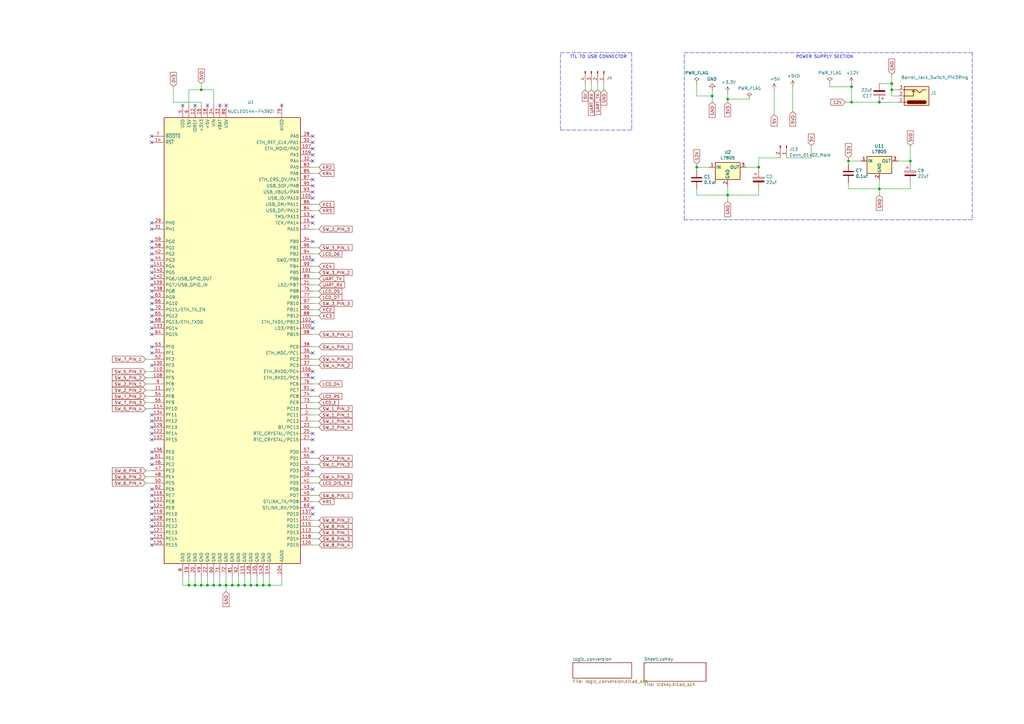
<source format=kicad_sch>
(kicad_sch (version 20250114) (generator "eeschema") (generator_version "9.0")
  (paper "A3")
  (lib_symbols
    (symbol "Connector:Barrel_Jack_Switch_Pin3Ring" (pin_names (hide yes))
      (property "Reference" "J" (at 0 5.334 0))
      (property "Value" "Barrel_Jack_Switch_Pin3Ring" (at 0 -5.08 0))
      (symbol "Barrel_Jack_Switch_Pin3Ring_0_1"
        (rectangle (start -5.08 3.81) (end 5.08 -3.81) (stroke (width 0.254)) (fill (type background)))
        (polyline (pts (xy -3.81 -2.54) (xy -2.54 -2.54) (xy -1.27 -1.27) (xy 0 -2.54) (xy 2.54 -2.54) (xy 5.08 -2.54)) (stroke (width 0.254)))
        (arc (start -3.302 1.905) (mid -3.9343 2.54) (end -3.302 3.175) (stroke (width 0.254)))
        (arc (start -3.302 1.905) (mid -3.9343 2.54) (end -3.302 3.175) (stroke (width 0.254)) (fill (type outline)))
        (polyline (pts (xy 1.27 -2.286) (xy 1.905 -1.651)) (stroke (width 0.254)))
        (rectangle (start 3.683 3.175) (end -3.302 1.905) (stroke (width 0.254)) (fill (type outline)))
        (polyline (pts (xy 5.08 2.54) (xy 3.81 2.54)) (stroke (width 0.254)))
        (polyline (pts (xy 5.08 0) (xy 1.27 0) (xy 1.27 -2.286) (xy 0.635 -1.651)) (stroke (width 0.254)))
      )
      (symbol "Barrel_Jack_Switch_Pin3Ring_1_1"
        (pin passive line (at 7.62 2.54 180) (length 2.54) (name "~") (number "1"))
        (pin passive line (at 7.62 0 180) (length 2.54) (name "~") (number "2"))
        (pin passive line (at 7.62 -2.54 180) (length 2.54) (name "~") (number "3"))
      )
    )
    (symbol "Connector:Conn_01x02_Male" (pin_names (offset 1.016) (hide yes))
      (property "Reference" "J" (at 0 2.54 0))
      (property "Value" "Connector_Conn_01x02_Male" (at 0 -5.08 0))
      (symbol "Conn_01x02_Male_1_1"
        (rectangle (start 0.8636 0.127) (end 0 -0.127) (stroke (width 0.1524)) (fill (type outline)))
        (rectangle (start 0.8636 -2.413) (end 0 -2.667) (stroke (width 0.1524)) (fill (type outline)))
        (polyline (pts (xy 1.27 0) (xy 0.8636 0)) (stroke (width 0.1524)))
        (polyline (pts (xy 1.27 -2.54) (xy 0.8636 -2.54)) (stroke (width 0.1524)))
        (pin passive line (at 5.08 0 180) (length 3.81) (name "Pin_1") (number "1"))
        (pin passive line (at 5.08 -2.54 180) (length 3.81) (name "Pin_2") (number "2"))
      )
    )
    (symbol "Connector:Conn_01x04_Male" (pin_names (offset 1.016) (hide yes))
      (property "Reference" "J" (at 0 5.08 0))
      (property "Value" "Connector_Conn_01x04_Male" (at 0 -7.62 0))
      (symbol "Conn_01x04_Male_1_1"
        (rectangle (start 0.8636 2.667) (end 0 2.413) (stroke (width 0.1524)) (fill (type outline)))
        (rectangle (start 0.8636 0.127) (end 0 -0.127) (stroke (width 0.1524)) (fill (type outline)))
        (rectangle (start 0.8636 -2.413) (end 0 -2.667) (stroke (width 0.1524)) (fill (type outline)))
        (rectangle (start 0.8636 -4.953) (end 0 -5.207) (stroke (width 0.1524)) (fill (type outline)))
        (polyline (pts (xy 1.27 2.54) (xy 0.8636 2.54)) (stroke (width 0.1524)))
        (polyline (pts (xy 1.27 0) (xy 0.8636 0)) (stroke (width 0.1524)))
        (polyline (pts (xy 1.27 -2.54) (xy 0.8636 -2.54)) (stroke (width 0.1524)))
        (polyline (pts (xy 1.27 -5.08) (xy 0.8636 -5.08)) (stroke (width 0.1524)))
        (pin passive line (at 5.08 2.54 180) (length 3.81) (name "Pin_1") (number "1"))
        (pin passive line (at 5.08 0 180) (length 3.81) (name "Pin_2") (number "2"))
        (pin passive line (at 5.08 -2.54 180) (length 3.81) (name "Pin_3") (number "3"))
        (pin passive line (at 5.08 -5.08 180) (length 3.81) (name "Pin_4") (number "4"))
      )
    )
    (symbol "Device:C" (pin_numbers (hide yes)) (pin_names (offset 0.254))
      (property "Reference" "C" (at 0.635 2.54 0))
      (property "Value" "C" (at 0.635 -2.54 0))
      (symbol "C_0_1"
        (polyline (pts (xy -2.032 0.762) (xy 2.032 0.762)) (stroke (width 0.508)))
        (polyline (pts (xy -2.032 -0.762) (xy 2.032 -0.762)) (stroke (width 0.508)))
      )
      (symbol "C_1_1"
        (pin passive line (at 0 3.81 270) (length 2.794) (name "~") (number "1"))
        (pin passive line (at 0 -3.81 90) (length 2.794) (name "~") (number "2"))
      )
    )
    (symbol "Device:CP" (pin_numbers (hide yes)) (pin_names (offset 0.254))
      (property "Reference" "C" (at 0.635 2.54 0))
      (property "Value" "Device_CP" (at 0.635 -2.54 0))
      (symbol "CP_0_1"
        (rectangle (start -2.286 0.508) (end 2.286 1.016))
        (polyline (pts (xy -1.778 2.286) (xy -0.762 2.286)))
        (polyline (pts (xy -1.27 2.794) (xy -1.27 1.778)))
        (rectangle (start 2.286 -0.508) (end -2.286 -1.016) (fill (type outline)))
      )
      (symbol "CP_1_1"
        (pin passive line (at 0 3.81 270) (length 2.794) (name "~") (number "1"))
        (pin passive line (at 0 -3.81 90) (length 2.794) (name "~") (number "2"))
      )
    )
    (symbol "MCU_Module:NUCLEO144-F439ZI"
      (property "Reference" "U" (at -22.86 94.615 0))
      (property "Value" "NUCLEO144-F439ZI" (at -22.86 92.71 0))
      (symbol "NUCLEO144-F439ZI_0_1"
        (rectangle (start -27.94 -91.44) (end 27.94 91.44) (stroke (width 0.254)) (fill (type background)))
      )
      (symbol "NUCLEO144-F439ZI_1_1"
        (pin input line (at -33.02 83.82 0) (length 5.08) (name "~{BOOT0}") (number "7"))
        (pin input line (at -33.02 81.28 0) (length 5.08) (name "~{RST}") (number "14"))
        (pin bidirectional line (at -33.02 48.26 0) (length 5.08) (name "PH0") (number "29"))
        (pin bidirectional line (at -33.02 45.72 0) (length 5.08) (name "PH1") (number "31"))
        (pin bidirectional line (at -33.02 40.64 0) (length 5.08) (name "PG0") (number "59"))
        (pin bidirectional line (at -33.02 38.1 0) (length 5.08) (name "PG1") (number "58"))
        (pin bidirectional line (at -33.02 35.56 0) (length 5.08) (name "PG2") (number "42"))
        (pin bidirectional line (at -33.02 33.02 0) (length 5.08) (name "PG3") (number "44"))
        (pin bidirectional line (at -33.02 30.48 0) (length 5.08) (name "PG4") (number "141"))
        (pin bidirectional line (at -33.02 27.94 0) (length 5.08) (name "PG5") (number "140"))
        (pin bidirectional line (at -33.02 25.4 0) (length 5.08) (name "PG6/USB_GPIO_OUT") (number "142"))
        (pin bidirectional line (at -33.02 22.86 0) (length 5.08) (name "PG7/USB_GPIO_IN") (number "139"))
        (pin bidirectional line (at -33.02 20.32 0) (length 5.08) (name "PG8") (number "138"))
        (pin bidirectional line (at -33.02 17.78 0) (length 5.08) (name "PG9") (number "63"))
        (pin bidirectional line (at -33.02 15.24 0) (length 5.08) (name "PG10") (number "66"))
        (pin bidirectional line (at -33.02 12.7 0) (length 5.08) (name "PG11/ETH_TX_EN") (number "70"))
        (pin bidirectional line (at -33.02 10.16 0) (length 5.08) (name "PG12") (number "65"))
        (pin bidirectional line (at -33.02 7.62 0) (length 5.08) (name "PG13/ETH_TXD0") (number "68"))
        (pin bidirectional line (at -33.02 5.08 0) (length 5.08) (name "PG14") (number "133"))
        (pin bidirectional line (at -33.02 2.54 0) (length 5.08) (name "PG15") (number "64"))
        (pin bidirectional line (at -33.02 -2.54 0) (length 5.08) (name "PF0") (number "53"))
        (pin bidirectional line (at -33.02 -5.08 0) (length 5.08) (name "PF1") (number "51"))
        (pin bidirectional line (at -33.02 -7.62 0) (length 5.08) (name "PF2") (number "52"))
        (pin bidirectional line (at -33.02 -10.16 0) (length 5.08) (name "PF3") (number "130"))
        (pin bidirectional line (at -33.02 -12.7 0) (length 5.08) (name "PF4") (number "110"))
        (pin bidirectional line (at -33.02 -15.24 0) (length 5.08) (name "PF5") (number "108"))
        (pin bidirectional line (at -33.02 -17.78 0) (length 5.08) (name "PF6") (number "9"))
        (pin bidirectional line (at -33.02 -20.32 0) (length 5.08) (name "PF7") (number "11"))
        (pin bidirectional line (at -33.02 -22.86 0) (length 5.08) (name "PF8") (number "54"))
        (pin bidirectional line (at -33.02 -25.4 0) (length 5.08) (name "PF9") (number "56"))
        (pin bidirectional line (at -33.02 -27.94 0) (length 5.08) (name "PF10") (number "114"))
        (pin bidirectional line (at -33.02 -30.48 0) (length 5.08) (name "PF11") (number "134"))
        (pin bidirectional line (at -33.02 -33.02 0) (length 5.08) (name "PF12") (number "131"))
        (pin bidirectional line (at -33.02 -35.56 0) (length 5.08) (name "PF13") (number "129"))
        (pin bidirectional line (at -33.02 -38.1 0) (length 5.08) (name "PF14") (number "122"))
        (pin bidirectional line (at -33.02 -40.64 0) (length 5.08) (name "PF15") (number "132"))
        (pin bidirectional line (at -33.02 -45.72 0) (length 5.08) (name "PE0") (number "136"))
        (pin bidirectional line (at -33.02 -48.26 0) (length 5.08) (name "PE1") (number "61"))
        (pin bidirectional line (at -33.02 -50.8 0) (length 5.08) (name "PE2") (number "46"))
        (pin bidirectional line (at -33.02 -53.34 0) (length 5.08) (name "PE3") (number "47"))
        (pin bidirectional line (at -33.02 -55.88 0) (length 5.08) (name "PE4") (number "48"))
        (pin bidirectional line (at -33.02 -58.42 0) (length 5.08) (name "PE5") (number "50"))
        (pin bidirectional line (at -33.02 -60.96 0) (length 5.08) (name "PE6") (number "62"))
        (pin bidirectional line (at -33.02 -63.5 0) (length 5.08) (name "PE7") (number "116"))
        (pin bidirectional line (at -33.02 -66.04 0) (length 5.08) (name "PE8") (number "112"))
        (pin bidirectional line (at -33.02 -68.58 0) (length 5.08) (name "PE9") (number "124"))
        (pin bidirectional line (at -33.02 -71.12 0) (length 5.08) (name "PE10") (number "119"))
        (pin bidirectional line (at -33.02 -73.66 0) (length 5.08) (name "PE11") (number "128"))
        (pin bidirectional line (at -33.02 -76.2 0) (length 5.08) (name "PE12") (number "121"))
        (pin bidirectional line (at -33.02 -78.74 0) (length 5.08) (name "PE13") (number "127"))
        (pin bidirectional line (at -33.02 -81.28 0) (length 5.08) (name "PE14") (number "123"))
        (pin bidirectional line (at -33.02 -83.82 0) (length 5.08) (name "PE15") (number "125"))
        (pin no_connect line (at -27.94 58.42 0) (length 5.08) (hide yes) (name "NC") (number "26"))
        (pin no_connect line (at -27.94 55.88 0) (length 5.08) (hide yes) (name "NC") (number "10"))
        (pin no_connect line (at -27.94 53.34 0) (length 5.08) (hide yes) (name "NC") (number "67"))
        (pin power_in line (at -20.32 96.52 270) (length 5.08) (name "VDD") (number "5"))
        (pin power_in line (at -20.32 -96.52 90) (length 5.08) (name "GND") (number "8"))
        (pin power_in line (at -17.78 96.52 270) (length 5.08) (name "E5V") (number "6"))
        (pin power_in line (at -17.78 -96.52 90) (length 5.08) (name "GND") (number "19"))
        (pin power_in line (at -15.24 96.52 270) (length 5.08) (name "IOREF") (number "12"))
        (pin power_in line (at -15.24 -96.52 90) (length 5.08) (name "GND") (number "20"))
        (pin power_in line (at -12.7 96.52 270) (length 5.08) (name "+3V3") (number "16"))
        (pin power_in line (at -12.7 -96.52 90) (length 5.08) (name "GND") (number "49"))
        (pin power_in line (at -10.16 96.52 270) (length 5.08) (name "+5V") (number "18"))
        (pin power_in line (at -10.16 -96.52 90) (length 5.08) (name "GND") (number "22"))
        (pin power_in line (at -7.62 96.52 270) (length 5.08) (name "VIN") (number "24"))
        (pin power_in line (at -7.62 -96.52 90) (length 5.08) (name "GND") (number "60"))
        (pin power_in line (at -5.08 96.52 270) (length 5.08) (name "VBAT") (number "33"))
        (pin power_in line (at -5.08 -96.52 90) (length 5.08) (name "GND") (number "71"))
        (pin power_in line (at -2.54 96.52 270) (length 5.08) (name "U5V") (number "80"))
        (pin power_in line (at -2.54 -96.52 90) (length 5.08) (name "GND") (number "72"))
        (pin power_in line (at 0 -96.52 90) (length 5.08) (name "GND") (number "81"))
        (pin power_in line (at 2.54 -96.52 90) (length 5.08) (name "GND") (number "92"))
        (pin power_in line (at 5.08 -96.52 90) (length 5.08) (name "GND") (number "111"))
        (pin power_in line (at 7.62 -96.52 90) (length 5.08) (name "GND") (number "126"))
        (pin power_in line (at 10.16 -96.52 90) (length 5.08) (name "GND") (number "135"))
        (pin power_in line (at 12.7 -96.52 90) (length 5.08) (name "GND") (number "143"))
        (pin power_in line (at 15.24 -96.52 90) (length 5.08) (name "GND") (number "144"))
        (pin power_in line (at 20.32 96.52 270) (length 5.08) (name "AVDD") (number "79"))
        (pin power_in line (at 20.32 -96.52 90) (length 5.08) (name "AGND") (number "104"))
        (pin bidirectional line (at 33.02 83.82 180) (length 5.08) (name "PA0") (number "28"))
        (pin bidirectional line (at 33.02 81.28 180) (length 5.08) (name "ETH_REF_CLK/PA1") (number "30"))
        (pin bidirectional line (at 33.02 78.74 180) (length 5.08) (name "ETH_MDIO/PA2") (number "107"))
        (pin bidirectional line (at 33.02 76.2 180) (length 5.08) (name "PA3") (number "109"))
        (pin bidirectional line (at 33.02 73.66 180) (length 5.08) (name "PA4") (number "32"))
        (pin bidirectional line (at 33.02 71.12 180) (length 5.08) (name "PA5") (number "83"))
        (pin bidirectional line (at 33.02 68.58 180) (length 5.08) (name "PA6") (number "85"))
        (pin bidirectional line (at 33.02 66.04 180) (length 5.08) (name "ETH_CRS_DV/PA7") (number "87"))
        (pin bidirectional line (at 33.02 63.5 180) (length 5.08) (name "USB_SOF/PA8") (number "95"))
        (pin bidirectional line (at 33.02 60.96 180) (length 5.08) (name "USB_VBUS/PA9") (number "93"))
        (pin bidirectional line (at 33.02 58.42 180) (length 5.08) (name "USB_ID/PA10") (number "105"))
        (pin bidirectional line (at 33.02 55.88 180) (length 5.08) (name "USB_DM/PA11") (number "86"))
        (pin bidirectional line (at 33.02 53.34 180) (length 5.08) (name "USB_DP/PA12") (number "84"))
        (pin bidirectional line (at 33.02 50.8 180) (length 5.08) (name "TMS/PA13") (number "13"))
        (pin bidirectional line (at 33.02 48.26 180) (length 5.08) (name "TCK/PA14") (number "15"))
        (pin bidirectional line (at 33.02 45.72 180) (length 5.08) (name "PA15") (number "17"))
        (pin bidirectional line (at 33.02 40.64 180) (length 5.08) (name "PB0") (number "34"))
        (pin bidirectional line (at 33.02 38.1 180) (length 5.08) (name "PB1") (number "96"))
        (pin bidirectional line (at 33.02 35.56 180) (length 5.08) (name "PB2") (number "94"))
        (pin bidirectional line (at 33.02 33.02 180) (length 5.08) (name "SWO/PB3") (number "103"))
        (pin bidirectional line (at 33.02 30.48 180) (length 5.08) (name "PB4") (number "99"))
        (pin bidirectional line (at 33.02 27.94 180) (length 5.08) (name "PB5") (number "101"))
        (pin bidirectional line (at 33.02 25.4 180) (length 5.08) (name "PB6") (number "89"))
        (pin bidirectional line (at 33.02 22.86 180) (length 5.08) (name "LD2/PB7") (number "21"))
        (pin bidirectional line (at 33.02 20.32 180) (length 5.08) (name "PB8") (number "75"))
        (pin bidirectional line (at 33.02 17.78 180) (length 5.08) (name "PB9") (number "77"))
        (pin bidirectional line (at 33.02 15.24 180) (length 5.08) (name "PB10") (number "97"))
        (pin bidirectional line (at 33.02 12.7 180) (length 5.08) (name "PB11") (number "90"))
        (pin bidirectional line (at 33.02 10.16 180) (length 5.08) (name "PB12") (number "88"))
        (pin bidirectional line (at 33.02 7.62 180) (length 5.08) (name "ETH_TXD1/PB13") (number "102"))
        (pin bidirectional line (at 33.02 5.08 180) (length 5.08) (name "LD3/PB14") (number "100"))
        (pin bidirectional line (at 33.02 2.54 180) (length 5.08) (name "PB15") (number "98"))
        (pin bidirectional line (at 33.02 -2.54 180) (length 5.08) (name "PC0") (number "38"))
        (pin bidirectional line (at 33.02 -5.08 180) (length 5.08) (name "ETH_MDC/PC1") (number "36"))
        (pin bidirectional line (at 33.02 -7.62 180) (length 5.08) (name "PC2") (number "35"))
        (pin bidirectional line (at 33.02 -10.16 180) (length 5.08) (name "PC3") (number "37"))
        (pin bidirectional line (at 33.02 -12.7 180) (length 5.08) (name "ETH_RXD0/PC4") (number "106"))
        (pin bidirectional line (at 33.02 -15.24 180) (length 5.08) (name "ETH_RXD1/PC5") (number "78"))
        (pin bidirectional line (at 33.02 -17.78 180) (length 5.08) (name "PC6") (number "76"))
        (pin bidirectional line (at 33.02 -20.32 180) (length 5.08) (name "PC7") (number "91"))
        (pin bidirectional line (at 33.02 -22.86 180) (length 5.08) (name "PC8") (number "74"))
        (pin bidirectional line (at 33.02 -25.4 180) (length 5.08) (name "PC9") (number "73"))
        (pin bidirectional line (at 33.02 -27.94 180) (length 5.08) (name "PC10") (number "1"))
        (pin bidirectional line (at 33.02 -30.48 180) (length 5.08) (name "PC11") (number "2"))
        (pin bidirectional line (at 33.02 -33.02 180) (length 5.08) (name "PC12") (number "3"))
        (pin bidirectional line (at 33.02 -35.56 180) (length 5.08) (name "BT/PC13") (number "23"))
        (pin bidirectional line (at 33.02 -38.1 180) (length 5.08) (name "RTC_CRYSTAL/PC14") (number "25"))
        (pin bidirectional line (at 33.02 -40.64 180) (length 5.08) (name "RTC_CRYSTAL/PC15") (number "27"))
        (pin bidirectional line (at 33.02 -45.72 180) (length 5.08) (name "PD0") (number "57"))
        (pin bidirectional line (at 33.02 -48.26 180) (length 5.08) (name "PD1") (number "55"))
        (pin bidirectional line (at 33.02 -50.8 180) (length 5.08) (name "PD2") (number "4"))
        (pin bidirectional line (at 33.02 -53.34 180) (length 5.08) (name "PD3") (number "40"))
        (pin bidirectional line (at 33.02 -55.88 180) (length 5.08) (name "PD4") (number "39"))
        (pin bidirectional line (at 33.02 -58.42 180) (length 5.08) (name "PD5") (number "41"))
        (pin bidirectional line (at 33.02 -60.96 180) (length 5.08) (name "PD6") (number "43"))
        (pin bidirectional line (at 33.02 -63.5 180) (length 5.08) (name "PD7") (number "45"))
        (pin bidirectional line (at 33.02 -66.04 180) (length 5.08) (name "STLINK_TX/PD8") (number "82"))
        (pin bidirectional line (at 33.02 -68.58 180) (length 5.08) (name "STLINK_RX/PD9") (number "69"))
        (pin bidirectional line (at 33.02 -71.12 180) (length 5.08) (name "PD10") (number "137"))
        (pin bidirectional line (at 33.02 -73.66 180) (length 5.08) (name "PD11") (number "117"))
        (pin bidirectional line (at 33.02 -76.2 180) (length 5.08) (name "PD12") (number "115"))
        (pin bidirectional line (at 33.02 -78.74 180) (length 5.08) (name "PD13") (number "113"))
        (pin bidirectional line (at 33.02 -81.28 180) (length 5.08) (name "PD14") (number "118"))
        (pin bidirectional line (at 33.02 -83.82 180) (length 5.08) (name "PD15") (number "120"))
      )
    )
    (symbol "Regulator_Linear:L7805" (pin_names (offset 0.254))
      (property "Reference" "U" (at -3.81 3.175 0))
      (property "Value" "L7805" (at 0 3.175 0))
      (symbol "L7805_0_1"
        (rectangle (start -5.08 1.905) (end 5.08 -5.08) (stroke (width 0.254)) (fill (type background)))
      )
      (symbol "L7805_1_1"
        (pin power_in line (at -7.62 0 0) (length 2.54) (name "IN") (number "1"))
        (pin power_in line (at 0 -7.62 90) (length 2.54) (name "GND") (number "2"))
        (pin power_out line (at 7.62 0 180) (length 2.54) (name "OUT") (number "3"))
      )
    )
    (symbol "power:+12V" (power) (pin_numbers (hide yes)) (pin_names (offset 0) (hide yes))
      (property "Value" "+12V" (at 0 3.556 0))
      (symbol "+12V_0_1"
        (polyline (pts (xy -0.762 1.27) (xy 0 2.54)))
        (polyline (pts (xy 0 2.54) (xy 0.762 1.27)))
        (polyline (pts (xy 0 0) (xy 0 2.54)))
      )
      (symbol "+12V_1_1"
        (pin power_in line (at 0 0 90) (length 0) (name "~") (number "1"))
      )
    )
    (symbol "power:+3.3V" (power) (pin_numbers (hide yes)) (pin_names (offset 0) (hide yes))
      (property "Value" "+3.3V" (at 0 3.556 0))
      (symbol "+3.3V_0_1"
        (polyline (pts (xy -0.762 1.27) (xy 0 2.54)))
        (polyline (pts (xy 0 2.54) (xy 0.762 1.27)))
        (polyline (pts (xy 0 0) (xy 0 2.54)))
      )
      (symbol "+3.3V_1_1"
        (pin power_in line (at 0 0 90) (length 0) (name "~") (number "1"))
      )
    )
    (symbol "power:+5V" (power) (pin_numbers (hide yes)) (pin_names (offset 0) (hide yes))
      (property "Value" "+5V" (at 0 3.556 0))
      (symbol "+5V_0_1"
        (polyline (pts (xy -0.762 1.27) (xy 0 2.54)))
        (polyline (pts (xy 0 2.54) (xy 0.762 1.27)))
        (polyline (pts (xy 0 0) (xy 0 2.54)))
      )
      (symbol "+5V_1_1"
        (pin power_in line (at 0 0 90) (length 0) (name "~") (number "1"))
      )
    )
    (symbol "power:+5VD" (power) (pin_numbers (hide yes)) (pin_names (offset 0) (hide yes))
      (property "Value" "+5VD" (at 0 3.556 0))
      (symbol "+5VD_0_1"
        (polyline (pts (xy -0.762 1.27) (xy 0 2.54)))
        (polyline (pts (xy 0 2.54) (xy 0.762 1.27)))
        (polyline (pts (xy 0 0) (xy 0 2.54)))
      )
      (symbol "+5VD_1_1"
        (pin power_in line (at 0 0 90) (length 0) (name "~") (number "1"))
      )
    )
    (symbol "power:GND" (power) (pin_numbers (hide yes)) (pin_names (offset 0) (hide yes))
      (property "Value" "GND" (at 0 -3.81 0))
      (symbol "GND_0_1"
        (polyline (pts (xy 0 0) (xy 0 -1.27) (xy 1.27 -1.27) (xy 0 -2.54) (xy -1.27 -1.27) (xy 0 -1.27)))
      )
      (symbol "GND_1_1"
        (pin power_in line (at 0 0 270) (length 0) (name "~") (number "1"))
      )
    )
    (symbol "power:PWR_FLAG" (power) (pin_numbers (hide yes)) (pin_names (offset 0) (hide yes))
      (property "Value" "PWR_FLAG" (at 0 3.81 0))
      (symbol "PWR_FLAG_0_0"
        (pin power_out line (at 0 0 90) (length 0) (name "~") (number "1"))
      )
      (symbol "PWR_FLAG_0_1"
        (polyline (pts (xy 0 0) (xy 0 1.27) (xy -1.016 1.905) (xy 0 2.54) (xy 1.016 1.905) (xy 0 1.27)))
      )
    )
  )
  (text "POWER SUPPLY SECTION" (at 326.39 24.13 0) (effects (font (size 1.27 1.27)) (justify left bottom)))
  (text "TTL TO USB CONNECTOR" (at 233.68 24.13 0) (effects (font (size 1.27 1.27)) (justify left bottom)))
  (junction (at 298.45 80.01))
  (junction (at 80.01 240.03))
  (junction (at 100.33 240.03))
  (junction (at 102.87 240.03))
  (junction (at 311.15 68.58))
  (junction (at 97.79 240.03))
  (junction (at 365.76 34.29))
  (junction (at 82.55 36.83))
  (junction (at 110.49 240.03))
  (junction (at 365.76 36.83))
  (junction (at 90.17 240.03))
  (junction (at 85.09 240.03))
  (junction (at 373.38 66.04))
  (junction (at 92.71 240.03))
  (junction (at 77.47 240.03))
  (junction (at 82.55 240.03))
  (junction (at 349.25 35.56))
  (junction (at 360.68 77.47))
  (junction (at 105.41 240.03))
  (junction (at 285.75 68.58))
  (junction (at 95.25 240.03))
  (junction (at 360.68 41.91))
  (junction (at 347.98 66.04))
  (junction (at 107.95 240.03))
  (junction (at 87.63 240.03))
  (junction (at 349.25 41.91))
  (junction (at 292.1 39.37))
  (junction (at 298.45 40.64))
  (no_connect (at 62.23 121.92))
  (no_connect (at 128.27 60.96))
  (no_connect (at 62.23 109.22))
  (no_connect (at 62.23 177.8))
  (no_connect (at 62.23 205.74))
  (no_connect (at 62.23 127))
  (no_connect (at 62.23 142.24))
  (no_connect (at 62.23 213.36))
  (no_connect (at 85.09 43.18))
  (no_connect (at 62.23 218.44))
  (no_connect (at 128.27 177.8))
  (no_connect (at 62.23 99.06))
  (no_connect (at 62.23 55.88))
  (no_connect (at 62.23 124.46))
  (no_connect (at 128.27 144.78))
  (no_connect (at 62.23 111.76))
  (no_connect (at 62.23 208.28))
  (no_connect (at 62.23 106.68))
  (no_connect (at 128.27 210.82))
  (no_connect (at 128.27 152.4))
  (no_connect (at 62.23 220.98))
  (no_connect (at 128.27 55.88))
  (no_connect (at 128.27 73.66))
  (no_connect (at 128.27 91.44))
  (no_connect (at 62.23 144.78))
  (no_connect (at 128.27 193.04))
  (no_connect (at 128.27 200.66))
  (no_connect (at 62.23 175.26))
  (no_connect (at 128.27 66.04))
  (no_connect (at 62.23 104.14))
  (no_connect (at 128.27 63.5))
  (no_connect (at 62.23 200.66))
  (no_connect (at 62.23 114.3))
  (no_connect (at 62.23 185.42))
  (no_connect (at 62.23 223.52))
  (no_connect (at 62.23 132.08))
  (no_connect (at 128.27 160.02))
  (no_connect (at 128.27 81.28))
  (no_connect (at 115.57 43.18))
  (no_connect (at 128.27 58.42))
  (no_connect (at 62.23 58.42))
  (no_connect (at 128.27 185.42))
  (no_connect (at 62.23 180.34))
  (no_connect (at 62.23 91.44))
  (no_connect (at 128.27 208.28))
  (no_connect (at 62.23 190.5))
  (no_connect (at 128.27 99.06))
  (no_connect (at 128.27 76.2))
  (no_connect (at 90.17 43.18))
  (no_connect (at 128.27 106.68))
  (no_connect (at 62.23 119.38))
  (no_connect (at 62.23 170.18))
  (no_connect (at 62.23 215.9))
  (no_connect (at 62.23 129.54))
  (no_connect (at 92.71 43.18))
  (no_connect (at 62.23 203.2))
  (no_connect (at 62.23 137.16))
  (no_connect (at 80.01 43.18))
  (no_connect (at 62.23 93.98))
  (no_connect (at 62.23 172.72))
  (no_connect (at 62.23 187.96))
  (no_connect (at 128.27 180.34))
  (no_connect (at 128.27 134.62))
  (no_connect (at 128.27 78.74))
  (no_connect (at 128.27 154.94))
  (no_connect (at 62.23 134.62))
  (no_connect (at 74.93 43.18))
  (no_connect (at 128.27 88.9))
  (no_connect (at 62.23 210.82))
  (no_connect (at 62.23 101.6))
  (no_connect (at 62.23 116.84))
  (no_connect (at 128.27 132.08))
  (no_connect (at 62.23 149.86))
  (wire (pts (xy 74.93 240.03) (xy 77.47 240.03)))
  (wire (pts (xy 368.3 36.83) (xy 365.76 36.83)))
  (wire (pts (xy 349.25 35.56) (xy 349.25 34.29)))
  (wire (pts (xy 95.25 236.22) (xy 95.25 240.03)))
  (wire (pts (xy 82.55 36.83) (xy 87.63 36.83)))
  (wire (pts (xy 102.87 236.22) (xy 102.87 240.03)))
  (wire (pts (xy 360.68 73.66) (xy 360.68 77.47)))
  (wire (pts (xy 128.27 114.3) (xy 130.81 114.3)))
  (wire (pts (xy 298.45 40.64) (xy 298.45 41.91)))
  (polyline (pts (xy 229.87 53.34) (xy 229.87 21.59)) (stroke (width 0) (type dash)))
  (wire (pts (xy 130.81 223.52) (xy 128.27 223.52)))
  (wire (pts (xy 130.81 124.46) (xy 128.27 124.46)))
  (wire (pts (xy 87.63 240.03) (xy 90.17 240.03)))
  (wire (pts (xy 62.23 157.48) (xy 59.69 157.48)))
  (wire (pts (xy 311.15 80.01) (xy 311.15 77.47)))
  (wire (pts (xy 285.75 69.85) (xy 285.75 68.58)))
  (wire (pts (xy 298.45 80.01) (xy 285.75 80.01)))
  (wire (pts (xy 292.1 39.37) (xy 292.1 41.91)))
  (wire (pts (xy 59.69 165.1) (xy 62.23 165.1)))
  (wire (pts (xy 77.47 240.03) (xy 80.01 240.03)))
  (wire (pts (xy 105.41 240.03) (xy 107.95 240.03)))
  (wire (pts (xy 128.27 190.5) (xy 130.81 190.5)))
  (wire (pts (xy 365.76 30.48) (xy 365.76 34.29)))
  (wire (pts (xy 128.27 116.84) (xy 130.81 116.84)))
  (wire (pts (xy 306.07 68.58) (xy 311.15 68.58)))
  (wire (pts (xy 368.3 66.04) (xy 373.38 66.04)))
  (wire (pts (xy 311.15 68.58) (xy 311.15 69.85)))
  (wire (pts (xy 115.57 240.03) (xy 115.57 236.22)))
  (wire (pts (xy 85.09 240.03) (xy 87.63 240.03)))
  (wire (pts (xy 74.93 236.22) (xy 74.93 240.03)))
  (wire (pts (xy 92.71 240.03) (xy 95.25 240.03)))
  (wire (pts (xy 373.38 77.47) (xy 373.38 74.93)))
  (wire (pts (xy 77.47 236.22) (xy 77.47 240.03)))
  (wire (pts (xy 128.27 187.96) (xy 130.81 187.96)))
  (wire (pts (xy 292.1 36.83) (xy 292.1 39.37)))
  (wire (pts (xy 311.15 64.77) (xy 320.04 64.77)))
  (wire (pts (xy 71.12 35.56) (xy 71.12 41.91)))
  (wire (pts (xy 128.27 167.64) (xy 130.81 167.64)))
  (wire (pts (xy 285.75 34.29) (xy 285.75 39.37)))
  (wire (pts (xy 322.58 64.77) (xy 332.74 64.77)))
  (wire (pts (xy 340.36 35.56) (xy 349.25 35.56)))
  (wire (pts (xy 100.33 240.03) (xy 102.87 240.03)))
  (wire (pts (xy 130.81 71.12) (xy 128.27 71.12)))
  (wire (pts (xy 130.81 147.32) (xy 128.27 147.32)))
  (wire (pts (xy 110.49 236.22) (xy 110.49 240.03)))
  (wire (pts (xy 311.15 80.01) (xy 298.45 80.01)))
  (wire (pts (xy 365.76 36.83) (xy 365.76 34.29)))
  (wire (pts (xy 311.15 68.58) (xy 311.15 64.77)))
  (wire (pts (xy 97.79 236.22) (xy 97.79 240.03)))
  (wire (pts (xy 130.81 149.86) (xy 128.27 149.86)))
  (wire (pts (xy 80.01 236.22) (xy 80.01 240.03)))
  (wire (pts (xy 298.45 76.2) (xy 298.45 80.01)))
  (wire (pts (xy 82.55 236.22) (xy 82.55 240.03)))
  (wire (pts (xy 347.98 67.31) (xy 347.98 66.04)))
  (wire (pts (xy 360.68 80.01) (xy 360.68 77.47)))
  (wire (pts (xy 373.38 77.47) (xy 360.68 77.47)))
  (wire (pts (xy 97.79 240.03) (xy 100.33 240.03)))
  (wire (pts (xy 130.81 220.98) (xy 128.27 220.98)))
  (polyline (pts (xy 259.08 53.34) (xy 229.87 53.34)) (stroke (width 0) (type dash)))
  (polyline (pts (xy 398.78 21.59) (xy 398.78 90.17)) (stroke (width 0) (type dash)))
  (wire (pts (xy 82.55 41.91) (xy 82.55 43.18)))
  (wire (pts (xy 130.81 213.36) (xy 128.27 213.36)))
  (wire (pts (xy 298.45 38.1) (xy 298.45 40.64)))
  (wire (pts (xy 349.25 41.91) (xy 349.25 35.56)))
  (wire (pts (xy 130.81 142.24) (xy 128.27 142.24)))
  (wire (pts (xy 107.95 236.22) (xy 107.95 240.03)))
  (wire (pts (xy 245.11 34.29) (xy 245.11 36.83)))
  (wire (pts (xy 130.81 129.54) (xy 128.27 129.54)))
  (wire (pts (xy 82.55 240.03) (xy 85.09 240.03)))
  (wire (pts (xy 105.41 236.22) (xy 105.41 240.03)))
  (wire (pts (xy 130.81 121.92) (xy 128.27 121.92)))
  (wire (pts (xy 325.12 35.56) (xy 325.12 45.72)))
  (wire (pts (xy 240.03 34.29) (xy 240.03 36.83)))
  (wire (pts (xy 307.34 40.64) (xy 298.45 40.64)))
  (wire (pts (xy 62.23 195.58) (xy 59.69 195.58)))
  (wire (pts (xy 62.23 160.02) (xy 59.69 160.02)))
  (wire (pts (xy 59.69 193.04) (xy 62.23 193.04)))
  (wire (pts (xy 85.09 236.22) (xy 85.09 240.03)))
  (wire (pts (xy 130.81 203.2) (xy 128.27 203.2)))
  (wire (pts (xy 130.81 215.9) (xy 128.27 215.9)))
  (wire (pts (xy 80.01 240.03) (xy 82.55 240.03)))
  (wire (pts (xy 92.71 242.57) (xy 92.71 240.03)))
  (wire (pts (xy 130.81 205.74) (xy 128.27 205.74)))
  (wire (pts (xy 59.69 147.32) (xy 62.23 147.32)))
  (wire (pts (xy 285.75 67.31) (xy 285.75 68.58)))
  (wire (pts (xy 347.98 77.47) (xy 347.98 74.93)))
  (wire (pts (xy 102.87 240.03) (xy 105.41 240.03)))
  (wire (pts (xy 128.27 172.72) (xy 130.81 172.72)))
  (wire (pts (xy 247.65 34.29) (xy 247.65 36.83)))
  (wire (pts (xy 373.38 66.04) (xy 373.38 67.31)))
  (wire (pts (xy 130.81 157.48) (xy 128.27 157.48)))
  (wire (pts (xy 360.68 34.29) (xy 365.76 34.29)))
  (wire (pts (xy 347.98 64.77) (xy 347.98 66.04)))
  (wire (pts (xy 82.55 34.29) (xy 82.55 36.83)))
  (wire (pts (xy 130.81 86.36) (xy 128.27 86.36)))
  (wire (pts (xy 92.71 236.22) (xy 92.71 240.03)))
  (wire (pts (xy 285.75 68.58) (xy 290.83 68.58)))
  (wire (pts (xy 59.69 162.56) (xy 62.23 162.56)))
  (wire (pts (xy 130.81 165.1) (xy 128.27 165.1)))
  (wire (pts (xy 365.76 39.37) (xy 365.76 36.83)))
  (wire (pts (xy 128.27 101.6) (xy 130.81 101.6)))
  (wire (pts (xy 59.69 167.64) (xy 62.23 167.64)))
  (wire (pts (xy 71.12 41.91) (xy 82.55 41.91)))
  (wire (pts (xy 130.81 104.14) (xy 128.27 104.14)))
  (wire (pts (xy 128.27 170.18) (xy 130.81 170.18)))
  (wire (pts (xy 128.27 111.76) (xy 130.81 111.76)))
  (polyline (pts (xy 280.67 21.59) (xy 398.78 21.59)) (stroke (width 0) (type dash)))
  (wire (pts (xy 77.47 43.18) (xy 77.47 36.83)))
  (wire (pts (xy 130.81 137.16) (xy 128.27 137.16)))
  (wire (pts (xy 87.63 36.83) (xy 87.63 43.18)))
  (wire (pts (xy 340.36 34.29) (xy 340.36 35.56)))
  (wire (pts (xy 285.75 80.01) (xy 285.75 77.47)))
  (polyline (pts (xy 259.08 21.59) (xy 259.08 53.34)) (stroke (width 0) (type dash)))
  (wire (pts (xy 130.81 162.56) (xy 128.27 162.56)))
  (wire (pts (xy 349.25 41.91) (xy 360.68 41.91)))
  (polyline (pts (xy 229.87 21.59) (xy 259.08 21.59)) (stroke (width 0) (type dash)))
  (wire (pts (xy 59.69 154.94) (xy 62.23 154.94)))
  (wire (pts (xy 346.71 41.91) (xy 349.25 41.91)))
  (wire (pts (xy 87.63 236.22) (xy 87.63 240.03)))
  (wire (pts (xy 317.5 36.83) (xy 317.5 46.99)))
  (wire (pts (xy 128.27 93.98) (xy 130.81 93.98)))
  (wire (pts (xy 130.81 198.12) (xy 128.27 198.12)))
  (wire (pts (xy 107.95 240.03) (xy 110.49 240.03)))
  (wire (pts (xy 110.49 240.03) (xy 115.57 240.03)))
  (polyline (pts (xy 398.78 90.17) (xy 280.67 90.17)) (stroke (width 0) (type dash)))
  (polyline (pts (xy 280.67 90.17) (xy 280.67 21.59)) (stroke (width 0) (type dash)))
  (wire (pts (xy 128.27 195.58) (xy 130.81 195.58)))
  (wire (pts (xy 130.81 218.44) (xy 128.27 218.44)))
  (wire (pts (xy 347.98 66.04) (xy 353.06 66.04)))
  (wire (pts (xy 360.68 77.47) (xy 347.98 77.47)))
  (wire (pts (xy 242.57 34.29) (xy 242.57 36.83)))
  (wire (pts (xy 130.81 175.26) (xy 128.27 175.26)))
  (wire (pts (xy 95.25 240.03) (xy 97.79 240.03)))
  (wire (pts (xy 332.74 64.77) (xy 332.74 59.69)))
  (wire (pts (xy 373.38 59.69) (xy 373.38 66.04)))
  (wire (pts (xy 77.47 36.83) (xy 82.55 36.83)))
  (wire (pts (xy 130.81 68.58) (xy 128.27 68.58)))
  (wire (pts (xy 130.81 127) (xy 128.27 127)))
  (wire (pts (xy 100.33 236.22) (xy 100.33 240.03)))
  (wire (pts (xy 130.81 83.82) (xy 128.27 83.82)))
  (wire (pts (xy 59.69 152.4) (xy 62.23 152.4)))
  (wire (pts (xy 62.23 198.12) (xy 59.69 198.12)))
  (wire (pts (xy 90.17 236.22) (xy 90.17 240.03)))
  (wire (pts (xy 368.3 39.37) (xy 365.76 39.37)))
  (wire (pts (xy 360.68 41.91) (xy 368.3 41.91)))
  (wire (pts (xy 285.75 39.37) (xy 292.1 39.37)))
  (wire (pts (xy 90.17 240.03) (xy 92.71 240.03)))
  (wire (pts (xy 130.81 109.22) (xy 128.27 109.22)))
  (wire (pts (xy 130.81 119.38) (xy 128.27 119.38)))
  (wire (pts (xy 298.45 82.55) (xy 298.45 80.01)))
  (global_label "5VD" (shape input) (at 325.12 45.72 270) (property "Intersheetrefs" "${INTERSHEET_REFS}" (effects (hide yes))))
  (global_label "KR1" (shape input) (at 130.81 205.74 0) (property "Intersheetrefs" "${INTERSHEET_REFS}" (effects (hide yes))))
  (global_label "SW_3_PIN_4" (shape input) (at 130.81 137.16 0) (property "Intersheetrefs" "${INTERSHEET_REFS}" (effects (hide yes))))
  (global_label "12V" (shape input) (at 285.75 67.31 90) (property "Intersheetrefs" "${INTERSHEET_REFS}" (effects (hide yes))))
  (global_label "SW_5_PIN_4" (shape input) (at 59.69 167.64 180) (property "Intersheetrefs" "${INTERSHEET_REFS}" (effects (hide yes))))
  (global_label "SW_2_PIN_3" (shape input) (at 130.81 93.98 0) (property "Intersheetrefs" "${INTERSHEET_REFS}" (effects (hide yes))))
  (global_label "UART_RX" (shape input) (at 242.57 36.83 270) (property "Intersheetrefs" "${INTERSHEET_REFS}" (effects (hide yes))))
  (global_label "SW_1_PIN_2" (shape input) (at 130.81 167.64 0) (property "Intersheetrefs" "${INTERSHEET_REFS}" (effects (hide yes))))
  (global_label "LCD_D5" (shape input) (at 130.81 119.38 0) (property "Intersheetrefs" "${INTERSHEET_REFS}" (effects (hide yes))))
  (global_label "SW_4_PIN_2" (shape input) (at 130.81 149.86 0) (property "Intersheetrefs" "${INTERSHEET_REFS}" (effects (hide yes))))
  (global_label "GND" (shape input) (at 360.68 80.01 270) (property "Intersheetrefs" "${INTERSHEET_REFS}" (effects (hide yes))))
  (global_label "SW_1_PIN_1" (shape input) (at 130.81 170.18 0) (property "Intersheetrefs" "${INTERSHEET_REFS}" (effects (hide yes))))
  (global_label "SW_2_PIN_4" (shape input) (at 130.81 175.26 0) (property "Intersheetrefs" "${INTERSHEET_REFS}" (effects (hide yes))))
  (global_label "KC1" (shape input) (at 130.81 83.82 0) (property "Intersheetrefs" "${INTERSHEET_REFS}" (effects (hide yes))))
  (global_label "12V" (shape input) (at 346.71 41.91 180) (property "Intersheetrefs" "${INTERSHEET_REFS}" (effects (hide yes))))
  (global_label "SW_3_PIN_3" (shape input) (at 130.81 124.46 0) (property "Intersheetrefs" "${INTERSHEET_REFS}" (effects (hide yes))))
  (global_label "LCD_D7" (shape input) (at 130.81 121.92 0) (property "Intersheetrefs" "${INTERSHEET_REFS}" (effects (hide yes))))
  (global_label "KC3" (shape input) (at 130.81 129.54 0) (property "Intersheetrefs" "${INTERSHEET_REFS}" (effects (hide yes))))
  (global_label "SW_4_PIN_1" (shape input) (at 130.81 142.24 0) (property "Intersheetrefs" "${INTERSHEET_REFS}" (effects (hide yes))))
  (global_label "GND" (shape input) (at 247.65 36.83 270) (property "Intersheetrefs" "${INTERSHEET_REFS}" (effects (hide yes))))
  (global_label "KC4" (shape input) (at 130.81 109.22 0) (property "Intersheetrefs" "${INTERSHEET_REFS}" (effects (hide yes))))
  (global_label "SW_3_PIN_2" (shape input) (at 130.81 111.76 0) (property "Intersheetrefs" "${INTERSHEET_REFS}" (effects (hide yes))))
  (global_label "GND" (shape input) (at 292.1 41.91 270) (property "Intersheetrefs" "${INTERSHEET_REFS}" (effects (hide yes))))
  (global_label "SW_8_PIN_1" (shape input) (at 130.81 215.9 0) (property "Intersheetrefs" "${INTERSHEET_REFS}" (effects (hide yes))))
  (global_label "KR3" (shape input) (at 130.81 86.36 0) (property "Intersheetrefs" "${INTERSHEET_REFS}" (effects (hide yes))))
  (global_label "SW_8_PIN_3" (shape input) (at 130.81 220.98 0) (property "Intersheetrefs" "${INTERSHEET_REFS}" (effects (hide yes))))
  (global_label "UART_TX" (shape input) (at 245.11 36.83 270) (property "Intersheetrefs" "${INTERSHEET_REFS}" (effects (hide yes))))
  (global_label "SW_2_PIN_1" (shape input) (at 59.69 157.48 180) (property "Intersheetrefs" "${INTERSHEET_REFS}" (effects (hide yes))))
  (global_label "SW_7_PIN_3" (shape input) (at 59.69 165.1 180) (property "Intersheetrefs" "${INTERSHEET_REFS}" (effects (hide yes))))
  (global_label "5V" (shape input) (at 332.74 59.69 90) (property "Intersheetrefs" "${INTERSHEET_REFS}" (effects (hide yes))))
  (global_label "SW_6_PIN_3" (shape input) (at 59.69 193.04 180) (property "Intersheetrefs" "${INTERSHEET_REFS}" (effects (hide yes))))
  (global_label "LCD_E" (shape input) (at 130.81 165.1 0) (property "Intersheetrefs" "${INTERSHEET_REFS}" (effects (hide yes))))
  (global_label "LCD_D4" (shape input) (at 130.81 157.48 0) (property "Intersheetrefs" "${INTERSHEET_REFS}" (effects (hide yes))))
  (global_label "SW_8_PIN_4" (shape input) (at 130.81 223.52 0) (property "Intersheetrefs" "${INTERSHEET_REFS}" (effects (hide yes))))
  (global_label "SW_7_PIN_1" (shape input) (at 59.69 147.32 180) (property "Intersheetrefs" "${INTERSHEET_REFS}" (effects (hide yes))))
  (global_label "SW_6_PIN_2" (shape input) (at 59.69 195.58 180) (property "Intersheetrefs" "${INTERSHEET_REFS}" (effects (hide yes))))
  (global_label "5VD" (shape input) (at 373.38 59.69 90) (property "Intersheetrefs" "${INTERSHEET_REFS}" (effects (hide yes))))
  (global_label "GND" (shape input) (at 365.76 30.48 90) (property "Intersheetrefs" "${INTERSHEET_REFS}" (effects (hide yes))))
  (global_label "SW_6_PIN_1" (shape input) (at 130.81 203.2 0) (property "Intersheetrefs" "${INTERSHEET_REFS}" (effects (hide yes))))
  (global_label "SW_5_PIN_2" (shape input) (at 59.69 154.94 180) (property "Intersheetrefs" "${INTERSHEET_REFS}" (effects (hide yes))))
  (global_label "SW_1_PIN_4" (shape input) (at 130.81 172.72 0) (property "Intersheetrefs" "${INTERSHEET_REFS}" (effects (hide yes))))
  (global_label "SW_5_PIN_1" (shape input) (at 130.81 218.44 0) (property "Intersheetrefs" "${INTERSHEET_REFS}" (effects (hide yes))))
  (global_label "SW_3_PIN_1" (shape input) (at 130.81 101.6 0) (property "Intersheetrefs" "${INTERSHEET_REFS}" (effects (hide yes))))
  (global_label "SW_8_PIN_2" (shape input) (at 130.81 213.36 0) (property "Intersheetrefs" "${INTERSHEET_REFS}" (effects (hide yes))))
  (global_label "SW_6_PIN_4" (shape input) (at 59.69 198.12 180) (property "Intersheetrefs" "${INTERSHEET_REFS}" (effects (hide yes))))
  (global_label "SW_2_PIN_2" (shape input) (at 59.69 160.02 180) (property "Intersheetrefs" "${INTERSHEET_REFS}" (effects (hide yes))))
  (global_label "3V3" (shape input) (at 71.12 35.56 90) (property "Intersheetrefs" "${INTERSHEET_REFS}" (effects (hide yes))))
  (global_label "SW_4_PIN_4" (shape input) (at 130.81 147.32 0) (property "Intersheetrefs" "${INTERSHEET_REFS}" (effects (hide yes))))
  (global_label "5V" (shape input) (at 317.5 46.99 270) (property "Intersheetrefs" "${INTERSHEET_REFS}" (effects (hide yes))))
  (global_label "GND" (shape input) (at 92.71 242.57 270) (property "Intersheetrefs" "${INTERSHEET_REFS}" (effects (hide yes))))
  (global_label "SW_4_PIN_3" (shape input) (at 130.81 195.58 0) (property "Intersheetrefs" "${INTERSHEET_REFS}" (effects (hide yes))))
  (global_label "3V3" (shape input) (at 298.45 41.91 270) (property "Intersheetrefs" "${INTERSHEET_REFS}" (effects (hide yes))))
  (global_label "LCD_RS" (shape input) (at 130.81 162.56 0) (property "Intersheetrefs" "${INTERSHEET_REFS}" (effects (hide yes))))
  (global_label "SW_7_PIN_4" (shape input) (at 130.81 187.96 0) (property "Intersheetrefs" "${INTERSHEET_REFS}" (effects (hide yes))))
  (global_label "KC2" (shape input) (at 130.81 127 0) (property "Intersheetrefs" "${INTERSHEET_REFS}" (effects (hide yes))))
  (global_label "LCD_DIS_EN" (shape input) (at 130.81 198.12 0) (property "Intersheetrefs" "${INTERSHEET_REFS}" (effects (hide yes))))
  (global_label "UART_RX" (shape input) (at 130.81 116.84 0) (property "Intersheetrefs" "${INTERSHEET_REFS}" (effects (hide yes))))
  (global_label "KR2" (shape input) (at 130.81 68.58 0) (property "Intersheetrefs" "${INTERSHEET_REFS}" (effects (hide yes))))
  (global_label "LCD_D6" (shape input) (at 130.81 104.14 0) (property "Intersheetrefs" "${INTERSHEET_REFS}" (effects (hide yes))))
  (global_label "12V" (shape input) (at 347.98 64.77 90) (property "Intersheetrefs" "${INTERSHEET_REFS}" (effects (hide yes))))
  (global_label "SW_7_PIN_2" (shape input) (at 59.69 162.56 180) (property "Intersheetrefs" "${INTERSHEET_REFS}" (effects (hide yes))))
  (global_label "GND" (shape input) (at 298.45 82.55 270) (property "Intersheetrefs" "${INTERSHEET_REFS}" (effects (hide yes))))
  (global_label "UART_TX" (shape input) (at 130.81 114.3 0) (property "Intersheetrefs" "${INTERSHEET_REFS}" (effects (hide yes))))
  (global_label "SW_5_PIN_3" (shape input) (at 59.69 152.4 180) (property "Intersheetrefs" "${INTERSHEET_REFS}" (effects (hide yes))))
  (global_label "5V" (shape input) (at 240.03 36.83 270) (property "Intersheetrefs" "${INTERSHEET_REFS}" (effects (hide yes))))
  (global_label "SW_1_PIN_3" (shape input) (at 130.81 190.5 0) (property "Intersheetrefs" "${INTERSHEET_REFS}" (effects (hide yes))))
  (global_label "KR4" (shape input) (at 130.81 71.12 0) (property "Intersheetrefs" "${INTERSHEET_REFS}" (effects (hide yes))))
  (global_label "5VD" (shape input) (at 82.55 34.29 90) (property "Intersheetrefs" "${INTERSHEET_REFS}" (effects (hide yes))))
  (symbol (lib_id "MCU_Module:NUCLEO144-F439ZI") (at 95.25 139.7 0) (unit 1)
    (property "Reference" "U1" (at 102.87 41.91 0))
    (property "Value" "NUCLEO144-F439ZI" (at 102.87 45.72 0))
    (property "Footprint" "Module:ST_Morpho_Connector_144_STLink" (effects (hide yes)))
    (property "Datasheet" "https://www.st.com/resource/en/user_manual/dm00244518-stm32-nucleo144-boards-stmicroelectronics.pdf" (effects (hide yes)))
  )
  (symbol (lib_id "power:GND") (at 292.1 36.83 180) (unit 1)
    (property "Reference" "#PWR01" (effects (hide yes)))
    (property "Value" "GND" (at 291.973 32.4358 0))
  )
  (symbol (lib_id "power:+3.3V") (at 298.45 38.1 0) (unit 1)
    (property "Reference" "#PWR03" (effects (hide yes)))
    (property "Value" "+3.3V" (at 298.831 33.7058 0))
  )
  (symbol (lib_id "power:PWR_FLAG") (at 307.34 40.64 0) (unit 1)
    (property "Reference" "#FLG03" (effects (hide yes)))
    (property "Value" "PWR_FLAG" (at 307.34 36.2458 0))
  )
  (symbol (lib_id "power:PWR_FLAG") (at 285.75 34.29 0) (unit 1)
    (property "Reference" "#FLG01" (effects (hide yes)))
    (property "Value" "PWR_FLAG" (at 285.75 29.8958 0))
  )
  (symbol (lib_id "Regulator_Linear:L7805") (at 298.45 68.58 0) (unit 1)
    (property "Reference" "U2" (at 298.45 62.4332 0))
    (property "Value" "L7805" (at 298.45 64.7446 0))
    (property "Footprint" "Package_TO_SOT_THT:TO-220-3_Vertical" (effects (hide yes)))
    (property "Datasheet" "http://www.st.com/content/ccc/resource/technical/document/datasheet/41/4f/b3/b0/12/d4/47/88/CD00000444.pdf/files/CD00000444.pdf/jcr:content/translations/en.CD00000444.pdf" (effects (hide yes)))
  )
  (symbol (lib_id "Device:C") (at 285.75 73.66 0) (unit 1)
    (property "Reference" "C1" (at 288.671 72.4916 0) (effects (justify left)))
    (property "Value" "0.1uf" (at 288.671 74.803 0) (effects (justify left)))
    (property "Footprint" "Capacitor_SMD:C_0805_2012Metric_Pad1.18x1.45mm_HandSolder" (effects (hide yes)))
  )
  (symbol (lib_id "Device:CP") (at 311.15 73.66 0) (unit 1)
    (property "Reference" "C2" (at 314.1472 72.4916 0) (effects (justify left)))
    (property "Value" "22uf" (at 314.1472 74.803 0) (effects (justify left)))
    (property "Footprint" "Capacitor_Tantalum_SMD:CP_EIA-2012-12_Kemet-R_Pad1.30x1.05mm_HandSolder" (effects (hide yes)))
  )
  (symbol (lib_id "Connector:Barrel_Jack_Switch_Pin3Ring") (at 375.92 39.37 180) (unit 1)
    (property "Reference" "J1" (at 381.762 38.1 0) (effects (justify right)))
    (property "Value" "Barrel_Jack_Switch_Pin3Ring" (at 369.57 31.75 0) (effects (justify right)))
    (property "Footprint" "Connector_BarrelJack:BarrelJack_Horizontal" (effects (hide yes)))
  )
  (symbol (lib_id "power:+12V") (at 349.25 34.29 0) (unit 1)
    (property "Reference" "#PWR04" (effects (hide yes)))
    (property "Value" "+12V" (at 349.631 29.8958 0))
  )
  (symbol (lib_id "power:PWR_FLAG") (at 340.36 34.29 0) (unit 1)
    (property "Reference" "#FLG04" (effects (hide yes)))
    (property "Value" "PWR_FLAG" (at 340.36 29.8958 0))
  )
  (symbol (lib_id "Connector:Conn_01x04_Male") (at 245.11 29.21 270) (unit 1)
    (property "Reference" "J4" (at 248.7676 31.9532 90) (effects (justify left)))
    (property "Value" "Conn_01x04_Male" (effects (hide yes)))
    (property "Footprint" "Connector_JST:JST_EH_B4B-EH-A_1x04_P2.50mm_Vertical" (effects (hide yes)))
  )
  (symbol (lib_id "Regulator_Linear:L7805") (at 360.68 66.04 0) (unit 1)
    (property "Reference" "U11" (at 360.68 59.8932 0))
    (property "Value" "L7805" (at 360.68 62.2046 0))
    (property "Footprint" "Package_TO_SOT_THT:TO-220-3_Vertical" (effects (hide yes)))
    (property "Datasheet" "http://www.st.com/content/ccc/resource/technical/document/datasheet/41/4f/b3/b0/12/d4/47/88/CD00000444.pdf/files/CD00000444.pdf/jcr:content/translations/en.CD00000444.pdf" (effects (hide yes)))
  )
  (symbol (lib_id "Device:C") (at 347.98 71.12 0) (unit 1)
    (property "Reference" "C7" (at 350.901 69.9516 0) (effects (justify left)))
    (property "Value" "0.1uf" (at 350.901 72.263 0) (effects (justify left)))
    (property "Footprint" "Capacitor_SMD:C_0805_2012Metric_Pad1.18x1.45mm_HandSolder" (effects (hide yes)))
  )
  (symbol (lib_id "Device:CP") (at 373.38 71.12 0) (unit 1)
    (property "Reference" "C8" (at 376.3772 69.9516 0) (effects (justify left)))
    (property "Value" "22uf" (at 376.3772 72.263 0) (effects (justify left)))
    (property "Footprint" "Capacitor_Tantalum_SMD:CP_EIA-2012-12_Kemet-R_Pad1.30x1.05mm_HandSolder" (effects (hide yes)))
  )
  (symbol (lib_id "Connector:Conn_01x02_Male") (at 322.58 59.69 270) (unit 1)
    (property "Reference" "J13" (at 323.6976 61.2648 90) (effects (justify left)))
    (property "Value" "Conn_01x02_Male" (at 323.6976 63.5762 90) (effects (justify left)))
    (property "Footprint" "Connector_PinSocket_2.54mm:PinSocket_1x02_P2.54mm_Vertical" (effects (hide yes)))
  )
  (symbol (lib_id "power:+5VD") (at 325.12 35.56 0) (unit 1)
    (property "Reference" "#PWR0101" (effects (hide yes)))
    (property "Value" "+5VD" (at 325.501 31.1658 0))
  )
  (symbol (lib_id "power:+5V") (at 317.5 36.83 0) (unit 1)
    (property "Reference" "#PWR0102" (effects (hide yes)))
    (property "Value" "+5V" (at 317.881 32.4358 0))
  )
  (symbol (lib_id "Device:CP") (at 360.68 38.1 180) (unit 1)
    (property "Reference" "C17" (at 357.6828 39.2684 0) (effects (justify left)))
    (property "Value" "22uf" (at 357.6828 36.957 0) (effects (justify left)))
    (property "Footprint" "Capacitor_Tantalum_SMD:CP_EIA-2012-12_Kemet-R_Pad1.30x1.05mm_HandSolder" (effects (hide yes)))
  )
  (sheet (at 264.16 271.78) (size 25.4 7.62)
    (property "Sheetname" "SheetLcdKey" (at 264.16 271.0684 0) (effects (justify left bottom)))
    (property "Sheetfile" "lcdkey.kicad_sch" (at 264.16 279.9846 0) (effects (justify left top)))
  )
  (sheet (at 234.95 271.78) (size 24.13 6.35)
    (property "Sheetname" "logic_conversion" (at 234.95 271.0684 0) (effects (justify left bottom)))
    (property "Sheetfile" "logic_conversion.kicad_sch" (at 234.95 278.7146 0) (effects (justify left top)))
  )
)
</source>
